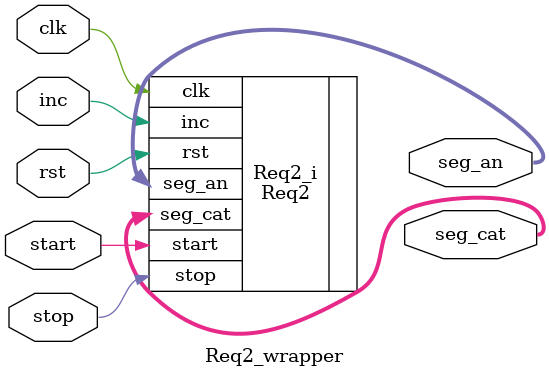
<source format=v>
`timescale 1 ps / 1 ps

module Req2_wrapper
   (clk,
    inc,
    rst,
    seg_an,
    seg_cat,
    start,
    stop);
  input clk;
  input inc;
  input rst;
  output [3:0]seg_an;
  output [6:0]seg_cat;
  input start;
  input stop;

  wire clk;
  wire inc;
  wire rst;
  wire [3:0]seg_an;
  wire [6:0]seg_cat;
  wire start;
  wire stop;

  Req2 Req2_i
       (.clk(clk),
        .inc(inc),
        .rst(rst),
        .seg_an(seg_an),
        .seg_cat(seg_cat),
        .start(start),
        .stop(stop));
endmodule

</source>
